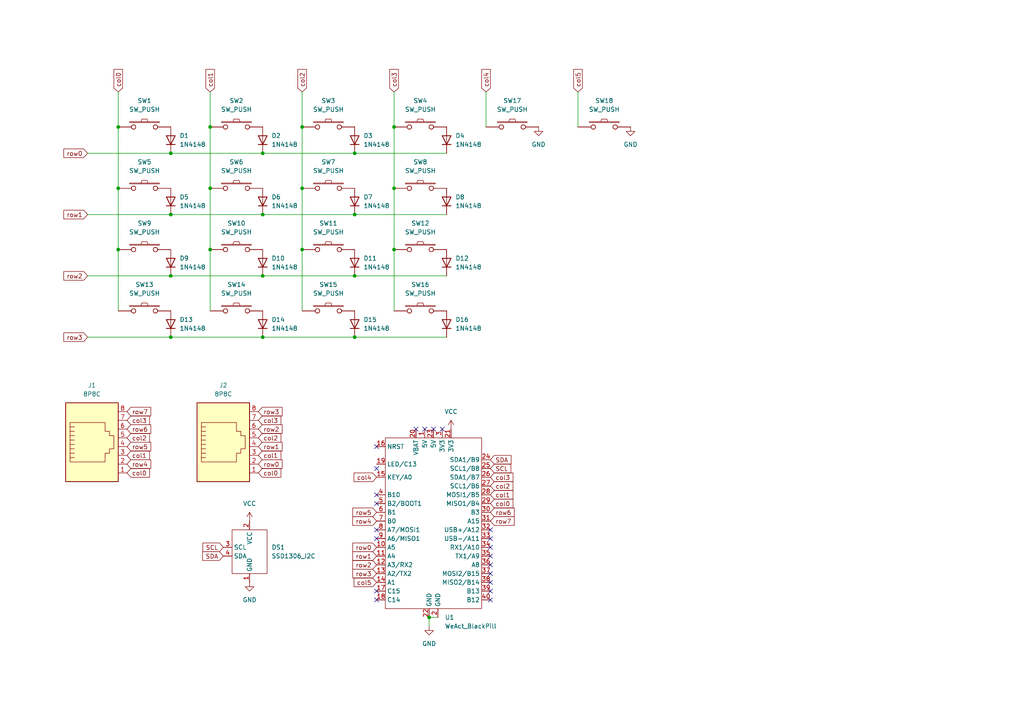
<source format=kicad_sch>
(kicad_sch (version 20211123) (generator eeschema)
  (paper "A4")
  (lib_symbols
    (symbol "Connector:8P8C" (pin_names (offset 1.016))
      (property "Reference" "J" (at -5.08 13.97 0))
      (property "Value" "8P8C" (at 2.54 13.97 0))
      (symbol "8P8C_0_1"
        (polyline (pts (xy -5.08 4.445) (xy -6.35 4.445)))
        (polyline (pts (xy -5.08 5.715) (xy -6.35 5.715)))
        (polyline (pts (xy -6.35 -3.175) (xy -5.08 -3.175) (xy -5.08 -3.175)))
        (polyline (pts (xy -6.35 -1.905) (xy -5.08 -1.905) (xy -5.08 -1.905)))
        (polyline (pts (xy -6.35 -0.635) (xy -5.08 -0.635) (xy -5.08 -0.635)))
        (polyline (pts (xy -6.35 0.635) (xy -5.08 0.635) (xy -5.08 0.635)))
        (polyline (pts (xy -6.35 1.905) (xy -5.08 1.905) (xy -5.08 1.905)))
        (polyline (pts (xy -5.08 3.175) (xy -6.35 3.175) (xy -6.35 3.175)))
        (polyline (pts (xy -6.35 -4.445) (xy -6.35 6.985) (xy 3.81 6.985) (xy 3.81 4.445) (xy 5.08 4.445) (xy 5.08 3.175) (xy 6.35 3.175) (xy 6.35 -0.635) (xy 5.08 -0.635) (xy 5.08 -1.905) (xy 3.81 -1.905) (xy 3.81 -4.445) (xy -6.35 -4.445) (xy -6.35 -4.445)))
        (rectangle (start 7.62 12.7) (end -7.62 -10.16) (stroke (width 0.254)) (fill (type background)))
      )
      (symbol "8P8C_1_1"
        (pin passive line (at 10.16 -7.62 180) (length 2.54) (name "~") (number "1"))
        (pin passive line (at 10.16 -5.08 180) (length 2.54) (name "~") (number "2"))
        (pin passive line (at 10.16 -2.54 180) (length 2.54) (name "~") (number "3"))
        (pin passive line (at 10.16 0 180) (length 2.54) (name "~") (number "4"))
        (pin passive line (at 10.16 2.54 180) (length 2.54) (name "~") (number "5"))
        (pin passive line (at 10.16 5.08 180) (length 2.54) (name "~") (number "6"))
        (pin passive line (at 10.16 7.62 180) (length 2.54) (name "~") (number "7"))
        (pin passive line (at 10.16 10.16 180) (length 2.54) (name "~") (number "8"))
      )
    )
    (symbol "Diode:1N4148" (pin_numbers hide) (pin_names (offset 1.016) hide)
      (property "Reference" "D" (at 0 2.54 0))
      (property "Value" "1N4148" (at 0 -2.54 0))
      (symbol "1N4148_0_1"
        (polyline (pts (xy -1.27 1.27) (xy -1.27 -1.27)) (stroke (width 0.254)))
        (polyline (pts (xy 1.27 0) (xy -1.27 0)))
        (polyline (pts (xy 1.27 1.27) (xy 1.27 -1.27) (xy -1.27 0) (xy 1.27 1.27)) (stroke (width 0.254)))
      )
      (symbol "1N4148_1_1"
        (pin passive line (at -3.81 0 0) (length 2.54) (name "K") (number "1"))
        (pin passive line (at 3.81 0 180) (length 2.54) (name "A") (number "2"))
      )
    )
    (symbol "cresk:SSD1306 I2C"
      (property "Reference" "DS" (at 2.54 11.43 0))
      (property "Value" "SSD1306 I2C" (at 2.54 8.89 0))
      (symbol "SSD1306 I2C_0_0"
        (pin power_in line (at 0 -8.89 90) (length 2.54) (name "GND") (number "1"))
        (pin power_in line (at 0 8.89 270) (length 2.54) (name "VCC") (number "2"))
        (pin bidirectional line (at -7.62 1.27 0) (length 2.54) (name "SCL") (number "3"))
        (pin bidirectional line (at -7.62 -1.27 0) (length 2.54) (name "SDA") (number "4"))
      )
      (symbol "SSD1306 I2C_0_1"
        (rectangle (start -5.08 6.35) (end 5.08 -6.35))
      )
    )
    (symbol "cresk:SW_PUSH" (pin_numbers hide) (pin_names (offset 1.016) hide)
      (property "Reference" "SW" (at 0 7.62 0))
      (property "Value" "SW_PUSH" (at 0 5.08 0))
      (symbol "SW_PUSH_0_1"
        (rectangle (start -4.318 1.27) (end 4.318 1.524))
        (polyline (pts (xy -1.016 1.524) (xy -0.762 2.286) (xy 0.762 2.286) (xy 1.016 1.524)))
        (pin passive inverted (at -7.62 0 0) (length 5.08) (name "1") (number "1"))
        (pin passive inverted (at 7.62 0 180) (length 5.08) (name "2") (number "2"))
      )
    )
    (symbol "cresk:WeAct_BlackPill"
      (property "Reference" "U" (at 7.62 31.75 0))
      (property "Value" "WeAct_BlackPill" (at 7.62 29.21 0))
      (symbol "WeAct_BlackPill_0_0"
        (pin power_in line (at -2.54 29.21 270) (length 2.54) (name "5V") (number "1"))
        (pin bidirectional line (at -16.51 -5.08 0) (length 2.54) (name "A5") (number "10"))
        (pin bidirectional line (at -16.51 -7.62 0) (length 2.54) (name "A4") (number "11"))
        (pin bidirectional line (at -16.51 -10.16 0) (length 2.54) (name "A3/RX2") (number "12"))
        (pin bidirectional line (at -16.51 -12.7 0) (length 2.54) (name "A2/TX2") (number "13"))
        (pin bidirectional line (at -16.51 -15.24 0) (length 2.54) (name "A1") (number "14"))
        (pin bidirectional line (at -16.51 15.24 0) (length 2.54) (name "KEY/A0") (number "15"))
        (pin input line (at -16.51 24.13 0) (length 2.54) (name "NRST") (number "16"))
        (pin bidirectional line (at -16.51 -17.78 0) (length 2.54) (name "C15") (number "17"))
        (pin bidirectional line (at -16.51 -20.32 0) (length 2.54) (name "C14") (number "18"))
        (pin bidirectional line (at -16.51 19.05 0) (length 2.54) (name "LED/C13") (number "19"))
        (pin power_in line (at 1.27 -25.4 90) (length 2.54) (name "GND") (number "2"))
        (pin power_in line (at -5.08 29.21 270) (length 2.54) (name "VBAT") (number "20"))
        (pin power_in line (at 5.08 29.21 270) (length 2.54) (name "3V3") (number "21"))
        (pin power_in line (at -1.27 -25.4 90) (length 2.54) (name "GND") (number "22"))
        (pin power_in line (at 0 29.21 270) (length 2.54) (name "5V") (number "23"))
        (pin bidirectional line (at 16.51 20.32 180) (length 2.54) (name "SDA1/B9") (number "24"))
        (pin bidirectional line (at 16.51 17.78 180) (length 2.54) (name "SCL1/B8") (number "25"))
        (pin bidirectional line (at 16.51 15.24 180) (length 2.54) (name "SDA1/B7") (number "26"))
        (pin bidirectional line (at 16.51 12.7 180) (length 2.54) (name "SCL1/B6") (number "27"))
        (pin bidirectional line (at 16.51 10.16 180) (length 2.54) (name "MOSI1/B5") (number "28"))
        (pin bidirectional line (at 16.51 7.62 180) (length 2.54) (name "MISO1/B4") (number "29"))
        (pin power_in line (at 2.54 29.21 270) (length 2.54) (name "3V3") (number "3"))
        (pin bidirectional line (at 16.51 5.08 180) (length 2.54) (name "B3") (number "30"))
        (pin bidirectional line (at 16.51 2.54 180) (length 2.54) (name "A15") (number "31"))
        (pin bidirectional line (at 16.51 0 180) (length 2.54) (name "USB+/A12") (number "32"))
        (pin bidirectional line (at 16.51 -2.54 180) (length 2.54) (name "USB-/A11") (number "33"))
        (pin bidirectional line (at 16.51 -5.08 180) (length 2.54) (name "RX1/A10") (number "34"))
        (pin bidirectional line (at 16.51 -7.62 180) (length 2.54) (name "TX1/A9") (number "35"))
        (pin bidirectional line (at 16.51 -10.16 180) (length 2.54) (name "A8") (number "36"))
        (pin bidirectional line (at 16.51 -12.7 180) (length 2.54) (name "MOSI2/B15") (number "37"))
        (pin bidirectional line (at 16.51 -15.24 180) (length 2.54) (name "MISO2/B14") (number "38"))
        (pin bidirectional line (at 16.51 -17.78 180) (length 2.54) (name "B13") (number "39"))
        (pin bidirectional line (at -16.51 10.16 0) (length 2.54) (name "B10") (number "4"))
        (pin bidirectional line (at 16.51 -20.32 180) (length 2.54) (name "B12") (number "40"))
        (pin bidirectional line (at -16.51 7.62 0) (length 2.54) (name "B2/BOOT1") (number "5"))
        (pin bidirectional line (at -16.51 5.08 0) (length 2.54) (name "B1") (number "6"))
        (pin bidirectional line (at -16.51 2.54 0) (length 2.54) (name "B0") (number "7"))
        (pin bidirectional line (at -16.51 0 0) (length 2.54) (name "A7/MOSI1") (number "8"))
        (pin bidirectional line (at -16.51 -2.54 0) (length 2.54) (name "A6/MISO1") (number "9"))
      )
      (symbol "WeAct_BlackPill_0_1"
        (rectangle (start -13.97 26.67) (end 13.97 -22.86))
      )
    )
    (symbol "power:GND" (power) (pin_names (offset 0))
      (property "Value" "GND" (at 0 -3.81 0))
      (symbol "GND_0_1"
        (polyline (pts (xy 0 0) (xy 0 -1.27) (xy 1.27 -1.27) (xy 0 -2.54) (xy -1.27 -1.27) (xy 0 -1.27)))
      )
      (symbol "GND_1_1"
        (pin power_in line (at 0 0 270) (length 0) hide (name "GND") (number "1"))
      )
    )
    (symbol "power:VCC" (power) (pin_names (offset 0))
      (property "Value" "VCC" (at 0 3.81 0))
      (symbol "VCC_0_1"
        (polyline (pts (xy -0.762 1.27) (xy 0 2.54)))
        (polyline (pts (xy 0 0) (xy 0 2.54)))
        (polyline (pts (xy 0 2.54) (xy 0.762 1.27)))
      )
      (symbol "VCC_1_1"
        (pin power_in line (at 0 0 90) (length 0) hide (name "VCC") (number "1"))
      )
    )
  )
  (junction (at 76.2 97.79))
  (junction (at 49.53 62.23))
  (junction (at 60.96 54.61))
  (junction (at 124.46 179.07))
  (junction (at 49.53 80.01))
  (junction (at 60.96 72.39))
  (junction (at 49.53 97.79))
  (junction (at 102.87 97.79))
  (junction (at 102.87 44.45))
  (junction (at 34.29 72.39))
  (junction (at 60.96 36.83))
  (junction (at 49.53 44.45))
  (junction (at 114.3 36.83))
  (junction (at 114.3 54.61))
  (junction (at 76.2 62.23))
  (junction (at 102.87 62.23))
  (junction (at 87.63 72.39))
  (junction (at 34.29 54.61))
  (junction (at 76.2 44.45))
  (junction (at 87.63 36.83))
  (junction (at 76.2 80.01))
  (junction (at 102.87 80.01))
  (junction (at 34.29 36.83))
  (junction (at 87.63 54.61))
  (junction (at 114.3 72.39))
  (no_connect (at 142.24 153.67))
  (no_connect (at 109.22 156.21))
  (no_connect (at 142.24 173.99))
  (no_connect (at 142.24 171.45))
  (no_connect (at 142.24 168.91))
  (no_connect (at 142.24 166.37))
  (no_connect (at 109.22 153.67))
  (no_connect (at 109.22 171.45))
  (no_connect (at 109.22 146.05))
  (no_connect (at 109.22 143.51))
  (no_connect (at 109.22 173.99))
  (no_connect (at 109.22 135.89))
  (no_connect (at 109.22 129.54))
  (no_connect (at 128.27 124.46))
  (no_connect (at 125.73 124.46))
  (no_connect (at 123.19 124.46))
  (no_connect (at 120.65 124.46))
  (no_connect (at 142.24 161.29))
  (no_connect (at 142.24 163.83))
  (no_connect (at 142.24 156.21))
  (no_connect (at 142.24 158.75))
  (wire (pts (xy 49.53 97.79) (xy 76.2 97.79)))
  (wire (pts (xy 87.63 26.67) (xy 87.63 36.83)))
  (wire (pts (xy 102.87 97.79) (xy 129.54 97.79)))
  (wire (pts (xy 114.3 26.67) (xy 114.3 36.83)))
  (wire (pts (xy 87.63 54.61) (xy 87.63 72.39)))
  (wire (pts (xy 34.29 72.39) (xy 34.29 90.17)))
  (wire (pts (xy 76.2 62.23) (xy 102.87 62.23)))
  (wire (pts (xy 114.3 36.83) (xy 114.3 54.61)))
  (wire (pts (xy 87.63 72.39) (xy 87.63 90.17)))
  (wire (pts (xy 124.46 179.07) (xy 124.46 181.61)))
  (wire (pts (xy 49.53 44.45) (xy 76.2 44.45)))
  (wire (pts (xy 76.2 44.45) (xy 102.87 44.45)))
  (wire (pts (xy 49.53 62.23) (xy 76.2 62.23)))
  (wire (pts (xy 60.96 36.83) (xy 60.96 54.61)))
  (wire (pts (xy 60.96 72.39) (xy 60.96 90.17)))
  (wire (pts (xy 25.4 80.01) (xy 49.53 80.01)))
  (wire (pts (xy 25.4 44.45) (xy 49.53 44.45)))
  (wire (pts (xy 114.3 72.39) (xy 114.3 90.17)))
  (wire (pts (xy 102.87 80.01) (xy 129.54 80.01)))
  (wire (pts (xy 102.87 44.45) (xy 129.54 44.45)))
  (wire (pts (xy 34.29 26.67) (xy 34.29 36.83)))
  (wire (pts (xy 34.29 54.61) (xy 34.29 72.39)))
  (wire (pts (xy 140.97 26.67) (xy 140.97 36.83)))
  (wire (pts (xy 25.4 62.23) (xy 49.53 62.23)))
  (wire (pts (xy 167.64 26.67) (xy 167.64 36.83)))
  (wire (pts (xy 102.87 62.23) (xy 129.54 62.23)))
  (wire (pts (xy 124.46 179.07) (xy 127 179.07)))
  (wire (pts (xy 60.96 26.67) (xy 60.96 36.83)))
  (wire (pts (xy 49.53 80.01) (xy 76.2 80.01)))
  (wire (pts (xy 87.63 36.83) (xy 87.63 54.61)))
  (wire (pts (xy 114.3 54.61) (xy 114.3 72.39)))
  (wire (pts (xy 25.4 97.79) (xy 49.53 97.79)))
  (wire (pts (xy 34.29 36.83) (xy 34.29 54.61)))
  (wire (pts (xy 60.96 54.61) (xy 60.96 72.39)))
  (wire (pts (xy 76.2 80.01) (xy 102.87 80.01)))
  (wire (pts (xy 76.2 97.79) (xy 102.87 97.79)))
  (global_label "col1" (shape input) (at 74.93 132.08 0) (property "Intersheet References" "${INTERSHEET_REFS}" (effects hide)))
  (global_label "col5" (shape input) (at 167.64 26.67 90) (property "Intersheet References" "${INTERSHEET_REFS}" (effects hide)))
  (global_label "col1" (shape input) (at 36.83 132.08 0) (property "Intersheet References" "${INTERSHEET_REFS}" (effects hide)))
  (global_label "row0" (shape input) (at 74.93 134.62 0) (property "Intersheet References" "${INTERSHEET_REFS}" (effects hide)))
  (global_label "col1" (shape input) (at 142.24 143.51 0) (property "Intersheet References" "${INTERSHEET_REFS}" (effects hide)))
  (global_label "col0" (shape input) (at 34.29 26.67 90) (property "Intersheet References" "${INTERSHEET_REFS}" (effects hide)))
  (global_label "SCL" (shape input) (at 142.24 135.89 0) (property "Intersheet References" "${INTERSHEET_REFS}" (effects hide)))
  (global_label "row2" (shape input) (at 109.22 163.83 180) (property "Intersheet References" "${INTERSHEET_REFS}" (effects hide)))
  (global_label "row3" (shape input) (at 109.22 166.37 180) (property "Intersheet References" "${INTERSHEET_REFS}" (effects hide)))
  (global_label "col1" (shape input) (at 60.96 26.67 90) (property "Intersheet References" "${INTERSHEET_REFS}" (effects hide)))
  (global_label "row4" (shape input) (at 36.83 134.62 0) (property "Intersheet References" "${INTERSHEET_REFS}" (effects hide)))
  (global_label "row3" (shape input) (at 74.93 119.38 0) (property "Intersheet References" "${INTERSHEET_REFS}" (effects hide)))
  (global_label "row2" (shape input) (at 25.4 80.01 180) (property "Intersheet References" "${INTERSHEET_REFS}" (effects hide)))
  (global_label "col0" (shape input) (at 74.93 137.16 0) (property "Intersheet References" "${INTERSHEET_REFS}" (effects hide)))
  (global_label "SCL" (shape input) (at 64.77 158.75 180) (property "Intersheet References" "${INTERSHEET_REFS}" (effects hide)))
  (global_label "col3" (shape input) (at 36.83 121.92 0) (property "Intersheet References" "${INTERSHEET_REFS}" (effects hide)))
  (global_label "col3" (shape input) (at 114.3 26.67 90) (property "Intersheet References" "${INTERSHEET_REFS}" (effects hide)))
  (global_label "row7" (shape input) (at 36.83 119.38 0) (property "Intersheet References" "${INTERSHEET_REFS}" (effects hide)))
  (global_label "row5" (shape input) (at 109.22 148.59 180) (property "Intersheet References" "${INTERSHEET_REFS}" (effects hide)))
  (global_label "row0" (shape input) (at 25.4 44.45 180) (property "Intersheet References" "${INTERSHEET_REFS}" (effects hide)))
  (global_label "col4" (shape input) (at 109.22 138.43 180) (property "Intersheet References" "${INTERSHEET_REFS}" (effects hide)))
  (global_label "row6" (shape input) (at 36.83 124.46 0) (property "Intersheet References" "${INTERSHEET_REFS}" (effects hide)))
  (global_label "col3" (shape input) (at 142.24 138.43 0) (property "Intersheet References" "${INTERSHEET_REFS}" (effects hide)))
  (global_label "SDA" (shape input) (at 142.24 133.35 0) (property "Intersheet References" "${INTERSHEET_REFS}" (effects hide)))
  (global_label "col5" (shape input) (at 109.22 168.91 180) (property "Intersheet References" "${INTERSHEET_REFS}" (effects hide)))
  (global_label "col0" (shape input) (at 142.24 146.05 0) (property "Intersheet References" "${INTERSHEET_REFS}" (effects hide)))
  (global_label "col2" (shape input) (at 74.93 127 0) (property "Intersheet References" "${INTERSHEET_REFS}" (effects hide)))
  (global_label "row1" (shape input) (at 25.4 62.23 180) (property "Intersheet References" "${INTERSHEET_REFS}" (effects hide)))
  (global_label "col3" (shape input) (at 74.93 121.92 0) (property "Intersheet References" "${INTERSHEET_REFS}" (effects hide)))
  (global_label "row5" (shape input) (at 36.83 129.54 0) (property "Intersheet References" "${INTERSHEET_REFS}" (effects hide)))
  (global_label "col0" (shape input) (at 36.83 137.16 0) (property "Intersheet References" "${INTERSHEET_REFS}" (effects hide)))
  (global_label "row4" (shape input) (at 109.22 151.13 180) (property "Intersheet References" "${INTERSHEET_REFS}" (effects hide)))
  (global_label "row6" (shape input) (at 142.24 148.59 0) (property "Intersheet References" "${INTERSHEET_REFS}" (effects hide)))
  (global_label "col2" (shape input) (at 142.24 140.97 0) (property "Intersheet References" "${INTERSHEET_REFS}" (effects hide)))
  (global_label "col2" (shape input) (at 87.63 26.67 90) (property "Intersheet References" "${INTERSHEET_REFS}" (effects hide)))
  (global_label "col4" (shape input) (at 140.97 26.67 90) (property "Intersheet References" "${INTERSHEET_REFS}" (effects hide)))
  (global_label "row0" (shape input) (at 109.22 158.75 180) (property "Intersheet References" "${INTERSHEET_REFS}" (effects hide)))
  (global_label "row1" (shape input) (at 109.22 161.29 180) (property "Intersheet References" "${INTERSHEET_REFS}" (effects hide)))
  (global_label "row2" (shape input) (at 74.93 124.46 0) (property "Intersheet References" "${INTERSHEET_REFS}" (effects hide)))
  (global_label "row7" (shape input) (at 142.24 151.13 0) (property "Intersheet References" "${INTERSHEET_REFS}" (effects hide)))
  (global_label "row3" (shape input) (at 25.4 97.79 180) (property "Intersheet References" "${INTERSHEET_REFS}" (effects hide)))
  (global_label "SDA" (shape input) (at 64.77 161.29 180) (property "Intersheet References" "${INTERSHEET_REFS}" (effects hide)))
  (global_label "row1" (shape input) (at 74.93 129.54 0) (property "Intersheet References" "${INTERSHEET_REFS}" (effects hide)))
  (global_label "col2" (shape input) (at 36.83 127 0) (property "Intersheet References" "${INTERSHEET_REFS}" (effects hide)))
  (symbol (lib_id "Diode:1N4148") (at 129.54 58.42 90) (unit 1)
    (property "Reference" "D8" (at 132.08 57.1499 90) (effects (justify right)))
    (property "Value" "1N4148" (at 132.08 59.6899 90) (effects (justify right)))
    (property "Footprint" "Diode_THT:D_DO-35_SOD27_P7.62mm_Horizontal" (effects hide))
    (property "Datasheet" "https://assets.nexperia.com/documents/data-sheet/1N4148_1N4448.pdf" (effects hide))
  )
  (symbol (lib_id "power:GND") (at 72.39 168.91 0) (unit 1)
    (property "Reference" "#PWR0106" (effects hide))
    (property "Value" "GND" (at 72.39 173.99 0))
  )
  (symbol (lib_id "power:VCC") (at 72.39 151.13 0) (unit 1)
    (property "Reference" "#PWR0105" (effects hide))
    (property "Value" "VCC" (at 72.39 146.05 0))
  )
  (symbol (lib_id "Diode:1N4148") (at 76.2 58.42 90) (unit 1)
    (property "Reference" "D6" (at 78.74 57.1499 90) (effects (justify right)))
    (property "Value" "1N4148" (at 78.74 59.6899 90) (effects (justify right)))
    (property "Footprint" "Diode_THT:D_DO-35_SOD27_P7.62mm_Horizontal" (effects hide))
    (property "Datasheet" "https://assets.nexperia.com/documents/data-sheet/1N4148_1N4448.pdf" (effects hide))
  )
  (symbol (lib_id "Diode:1N4148") (at 102.87 93.98 90) (unit 1)
    (property "Reference" "D15" (at 105.41 92.7099 90) (effects (justify right)))
    (property "Value" "1N4148" (at 105.41 95.2499 90) (effects (justify right)))
    (property "Footprint" "Diode_THT:D_DO-35_SOD27_P7.62mm_Horizontal" (effects hide))
    (property "Datasheet" "https://assets.nexperia.com/documents/data-sheet/1N4148_1N4448.pdf" (effects hide))
  )
  (symbol (lib_id "Connector:8P8C") (at 64.77 129.54 0) (unit 1)
    (property "Reference" "J2" (at 64.77 111.76 0))
    (property "Value" "8P8C" (at 64.77 114.3 0))
    (property "Footprint" "Connector_RJ:RJ45_Amphenol_54602-x08_Horizontal" (effects hide))
  )
  (symbol (lib_id "Connector:8P8C") (at 26.67 129.54 0) (unit 1)
    (property "Reference" "J1" (at 26.67 111.76 0))
    (property "Value" "8P8C" (at 26.67 114.3 0))
    (property "Footprint" "Connector_RJ:RJ45_Amphenol_54602-x08_Horizontal" (effects hide))
  )
  (symbol (lib_id "Diode:1N4148") (at 76.2 93.98 90) (unit 1)
    (property "Reference" "D14" (at 78.74 92.7099 90) (effects (justify right)))
    (property "Value" "1N4148" (at 78.74 95.2499 90) (effects (justify right)))
    (property "Footprint" "Diode_THT:D_DO-35_SOD27_P7.62mm_Horizontal" (effects hide))
    (property "Datasheet" "https://assets.nexperia.com/documents/data-sheet/1N4148_1N4448.pdf" (effects hide))
  )
  (symbol (lib_id "cresk:SW_PUSH") (at 95.25 54.61 0) (unit 1)
    (property "Reference" "SW7" (at 95.25 46.99 0))
    (property "Value" "SW_PUSH" (at 95.25 49.53 0))
    (property "Footprint" "cresk:SW_MX_1u_Reversible" (effects hide))
  )
  (symbol (lib_id "power:GND") (at 182.88 36.83 0) (unit 1)
    (property "Reference" "#PWR0103" (effects hide))
    (property "Value" "GND" (at 182.88 41.91 0))
  )
  (symbol (lib_id "cresk:SW_PUSH") (at 41.91 90.17 0) (unit 1)
    (property "Reference" "SW13" (at 41.91 82.55 0))
    (property "Value" "SW_PUSH" (at 41.91 85.09 0))
    (property "Footprint" "cresk:SW_MX_1u_Reversible" (effects hide))
  )
  (symbol (lib_id "cresk:SW_PUSH") (at 121.92 90.17 0) (unit 1)
    (property "Reference" "SW16" (at 121.92 82.55 0))
    (property "Value" "SW_PUSH" (at 121.92 85.09 0))
    (property "Footprint" "cresk:SW_MX_1u_Reversible" (effects hide))
  )
  (symbol (lib_id "cresk:SW_PUSH") (at 95.25 36.83 0) (unit 1)
    (property "Reference" "SW3" (at 95.25 29.21 0))
    (property "Value" "SW_PUSH" (at 95.25 31.75 0))
    (property "Footprint" "cresk:SW_MX_1u_Reversible" (effects hide))
  )
  (symbol (lib_id "cresk:SW_PUSH") (at 121.92 72.39 0) (unit 1)
    (property "Reference" "SW12" (at 121.92 64.77 0))
    (property "Value" "SW_PUSH" (at 121.92 67.31 0))
    (property "Footprint" "cresk:SW_MX_1u_Reversible" (effects hide))
  )
  (symbol (lib_id "cresk:SW_PUSH") (at 95.25 90.17 0) (unit 1)
    (property "Reference" "SW15" (at 95.25 82.55 0))
    (property "Value" "SW_PUSH" (at 95.25 85.09 0))
    (property "Footprint" "cresk:SW_MX_1u_Reversible" (effects hide))
  )
  (symbol (lib_id "cresk:SW_PUSH") (at 68.58 90.17 0) (unit 1)
    (property "Reference" "SW14" (at 68.58 82.55 0))
    (property "Value" "SW_PUSH" (at 68.58 85.09 0))
    (property "Footprint" "cresk:SW_MX_1u_Reversible" (effects hide))
  )
  (symbol (lib_id "Diode:1N4148") (at 49.53 93.98 90) (unit 1)
    (property "Reference" "D13" (at 52.07 92.7099 90) (effects (justify right)))
    (property "Value" "1N4148" (at 52.07 95.2499 90) (effects (justify right)))
    (property "Footprint" "Diode_THT:D_DO-35_SOD27_P7.62mm_Horizontal" (effects hide))
    (property "Datasheet" "https://assets.nexperia.com/documents/data-sheet/1N4148_1N4448.pdf" (effects hide))
  )
  (symbol (lib_id "cresk:WeAct_BlackPill") (at 125.73 153.67 0) (unit 1)
    (property "Reference" "U1" (at 129.0194 179.07 0) (effects (justify left)))
    (property "Value" "WeAct_BlackPill" (at 129.0194 181.61 0) (effects (justify left)))
    (property "Footprint" "cresk:WeAct_BlackPill_Flipped" (effects hide))
  )
  (symbol (lib_id "power:GND") (at 124.46 181.61 0) (unit 1)
    (property "Reference" "#PWR0102" (effects hide))
    (property "Value" "GND" (at 124.46 186.69 0))
  )
  (symbol (lib_id "power:GND") (at 156.21 36.83 0) (unit 1)
    (property "Reference" "#PWR0101" (effects hide))
    (property "Value" "GND" (at 156.21 41.91 0))
  )
  (symbol (lib_id "cresk:SW_PUSH") (at 41.91 54.61 0) (unit 1)
    (property "Reference" "SW5" (at 41.91 46.99 0))
    (property "Value" "SW_PUSH" (at 41.91 49.53 0))
    (property "Footprint" "cresk:SW_MX_1u_Reversible" (effects hide))
  )
  (symbol (lib_id "cresk:SW_PUSH") (at 68.58 54.61 0) (unit 1)
    (property "Reference" "SW6" (at 68.58 46.99 0))
    (property "Value" "SW_PUSH" (at 68.58 49.53 0))
    (property "Footprint" "cresk:SW_MX_1u_Reversible" (effects hide))
  )
  (symbol (lib_id "cresk:SW_PUSH") (at 95.25 72.39 0) (unit 1)
    (property "Reference" "SW11" (at 95.25 64.77 0))
    (property "Value" "SW_PUSH" (at 95.25 67.31 0))
    (property "Footprint" "cresk:SW_MX_1u_Reversible" (effects hide))
  )
  (symbol (lib_id "Diode:1N4148") (at 129.54 40.64 90) (unit 1)
    (property "Reference" "D4" (at 132.08 39.3699 90) (effects (justify right)))
    (property "Value" "1N4148" (at 132.08 41.9099 90) (effects (justify right)))
    (property "Footprint" "Diode_THT:D_DO-35_SOD27_P7.62mm_Horizontal" (effects hide))
    (property "Datasheet" "https://assets.nexperia.com/documents/data-sheet/1N4148_1N4448.pdf" (effects hide))
  )
  (symbol (lib_id "Diode:1N4148") (at 49.53 76.2 90) (unit 1)
    (property "Reference" "D9" (at 52.07 74.9299 90) (effects (justify right)))
    (property "Value" "1N4148" (at 52.07 77.4699 90) (effects (justify right)))
    (property "Footprint" "Diode_THT:D_DO-35_SOD27_P7.62mm_Horizontal" (effects hide))
    (property "Datasheet" "https://assets.nexperia.com/documents/data-sheet/1N4148_1N4448.pdf" (effects hide))
  )
  (symbol (lib_id "Diode:1N4148") (at 49.53 58.42 90) (unit 1)
    (property "Reference" "D5" (at 52.07 57.1499 90) (effects (justify right)))
    (property "Value" "1N4148" (at 52.07 59.6899 90) (effects (justify right)))
    (property "Footprint" "Diode_THT:D_DO-35_SOD27_P7.62mm_Horizontal" (effects hide))
    (property "Datasheet" "https://assets.nexperia.com/documents/data-sheet/1N4148_1N4448.pdf" (effects hide))
  )
  (symbol (lib_id "Diode:1N4148") (at 76.2 40.64 90) (unit 1)
    (property "Reference" "D2" (at 78.74 39.3699 90) (effects (justify right)))
    (property "Value" "1N4148" (at 78.74 41.9099 90) (effects (justify right)))
    (property "Footprint" "Diode_THT:D_DO-35_SOD27_P7.62mm_Horizontal" (effects hide))
    (property "Datasheet" "https://assets.nexperia.com/documents/data-sheet/1N4148_1N4448.pdf" (effects hide))
  )
  (symbol (lib_id "cresk:SW_PUSH") (at 41.91 72.39 0) (unit 1)
    (property "Reference" "SW9" (at 41.91 64.77 0))
    (property "Value" "SW_PUSH" (at 41.91 67.31 0))
    (property "Footprint" "cresk:SW_MX_1u_Reversible" (effects hide))
  )
  (symbol (lib_id "Diode:1N4148") (at 49.53 40.64 90) (unit 1)
    (property "Reference" "D1" (at 52.07 39.3699 90) (effects (justify right)))
    (property "Value" "1N4148" (at 52.07 41.9099 90) (effects (justify right)))
    (property "Footprint" "Diode_THT:D_DO-35_SOD27_P7.62mm_Horizontal" (effects hide))
    (property "Datasheet" "https://assets.nexperia.com/documents/data-sheet/1N4148_1N4448.pdf" (effects hide))
  )
  (symbol (lib_id "Diode:1N4148") (at 102.87 40.64 90) (unit 1)
    (property "Reference" "D3" (at 105.41 39.3699 90) (effects (justify right)))
    (property "Value" "1N4148" (at 105.41 41.9099 90) (effects (justify right)))
    (property "Footprint" "Diode_THT:D_DO-35_SOD27_P7.62mm_Horizontal" (effects hide))
    (property "Datasheet" "https://assets.nexperia.com/documents/data-sheet/1N4148_1N4448.pdf" (effects hide))
  )
  (symbol (lib_id "cresk:SW_PUSH") (at 121.92 36.83 0) (unit 1)
    (property "Reference" "SW4" (at 121.92 29.21 0))
    (property "Value" "SW_PUSH" (at 121.92 31.75 0))
    (property "Footprint" "cresk:SW_MX_1u_Reversible" (effects hide))
  )
  (symbol (lib_id "cresk:SW_PUSH") (at 121.92 54.61 0) (unit 1)
    (property "Reference" "SW8" (at 121.92 46.99 0))
    (property "Value" "SW_PUSH" (at 121.92 49.53 0))
    (property "Footprint" "cresk:SW_MX_1u_Reversible" (effects hide))
  )
  (symbol (lib_id "cresk:SW_PUSH") (at 148.59 36.83 0) (unit 1)
    (property "Reference" "SW17" (at 148.59 29.21 0))
    (property "Value" "SW_PUSH" (at 148.59 31.75 0))
    (property "Footprint" "cresk:SW_MX_1u_Reversible" (effects hide))
  )
  (symbol (lib_id "Diode:1N4148") (at 129.54 93.98 90) (unit 1)
    (property "Reference" "D16" (at 132.08 92.7099 90) (effects (justify right)))
    (property "Value" "1N4148" (at 132.08 95.2499 90) (effects (justify right)))
    (property "Footprint" "Diode_THT:D_DO-35_SOD27_P7.62mm_Horizontal" (effects hide))
    (property "Datasheet" "https://assets.nexperia.com/documents/data-sheet/1N4148_1N4448.pdf" (effects hide))
  )
  (symbol (lib_id "cresk:SW_PUSH") (at 68.58 36.83 0) (unit 1)
    (property "Reference" "SW2" (at 68.58 29.21 0))
    (property "Value" "SW_PUSH" (at 68.58 31.75 0))
    (property "Footprint" "cresk:SW_MX_1u_Reversible" (effects hide))
  )
  (symbol (lib_id "power:VCC") (at 130.81 124.46 0) (unit 1)
    (property "Reference" "#PWR0104" (effects hide))
    (property "Value" "VCC" (at 130.81 119.38 0))
  )
  (symbol (lib_id "Diode:1N4148") (at 76.2 76.2 90) (unit 1)
    (property "Reference" "D10" (at 78.74 74.9299 90) (effects (justify right)))
    (property "Value" "1N4148" (at 78.74 77.4699 90) (effects (justify right)))
    (property "Footprint" "Diode_THT:D_DO-35_SOD27_P7.62mm_Horizontal" (effects hide))
    (property "Datasheet" "https://assets.nexperia.com/documents/data-sheet/1N4148_1N4448.pdf" (effects hide))
  )
  (symbol (lib_id "Diode:1N4148") (at 102.87 58.42 90) (unit 1)
    (property "Reference" "D7" (at 105.41 57.1499 90) (effects (justify right)))
    (property "Value" "1N4148" (at 105.41 59.6899 90) (effects (justify right)))
    (property "Footprint" "Diode_THT:D_DO-35_SOD27_P7.62mm_Horizontal" (effects hide))
    (property "Datasheet" "https://assets.nexperia.com/documents/data-sheet/1N4148_1N4448.pdf" (effects hide))
  )
  (symbol (lib_id "cresk:SW_PUSH") (at 68.58 72.39 0) (unit 1)
    (property "Reference" "SW10" (at 68.58 64.77 0))
    (property "Value" "SW_PUSH" (at 68.58 67.31 0))
    (property "Footprint" "cresk:SW_MX_1u_Reversible" (effects hide))
  )
  (symbol (lib_id "cresk:SW_PUSH") (at 41.91 36.83 0) (unit 1)
    (property "Reference" "SW1" (at 41.91 29.21 0))
    (property "Value" "SW_PUSH" (at 41.91 31.75 0))
    (property "Footprint" "cresk:SW_MX_1u_Reversible" (effects hide))
  )
  (symbol (lib_id "Diode:1N4148") (at 129.54 76.2 90) (unit 1)
    (property "Reference" "D12" (at 132.08 74.9299 90) (effects (justify right)))
    (property "Value" "1N4148" (at 132.08 77.4699 90) (effects (justify right)))
    (property "Footprint" "Diode_THT:D_DO-35_SOD27_P7.62mm_Horizontal" (effects hide))
    (property "Datasheet" "https://assets.nexperia.com/documents/data-sheet/1N4148_1N4448.pdf" (effects hide))
  )
  (symbol (lib_id "Diode:1N4148") (at 102.87 76.2 90) (unit 1)
    (property "Reference" "D11" (at 105.41 74.9299 90) (effects (justify right)))
    (property "Value" "1N4148" (at 105.41 77.4699 90) (effects (justify right)))
    (property "Footprint" "Diode_THT:D_DO-35_SOD27_P7.62mm_Horizontal" (effects hide))
    (property "Datasheet" "https://assets.nexperia.com/documents/data-sheet/1N4148_1N4448.pdf" (effects hide))
  )
  (symbol (lib_id "cresk:SSD1306 I2C") (at 72.39 160.02 0) (unit 1)
    (property "Reference" "DS1" (at 78.74 158.7499 0) (effects (justify left)))
    (property "Value" "SSD1306_I2C" (at 78.74 161.2899 0) (effects (justify left)))
    (property "Footprint" "cresk:SSD1306_I2C" (effects hide))
  )
  (symbol (lib_id "cresk:SW_PUSH") (at 175.26 36.83 0) (unit 1)
    (property "Reference" "SW18" (at 175.26 29.21 0))
    (property "Value" "SW_PUSH" (at 175.26 31.75 0))
    (property "Footprint" "cresk:SW_MX_1u_Reversible" (effects hide))
  )
)
</source>
